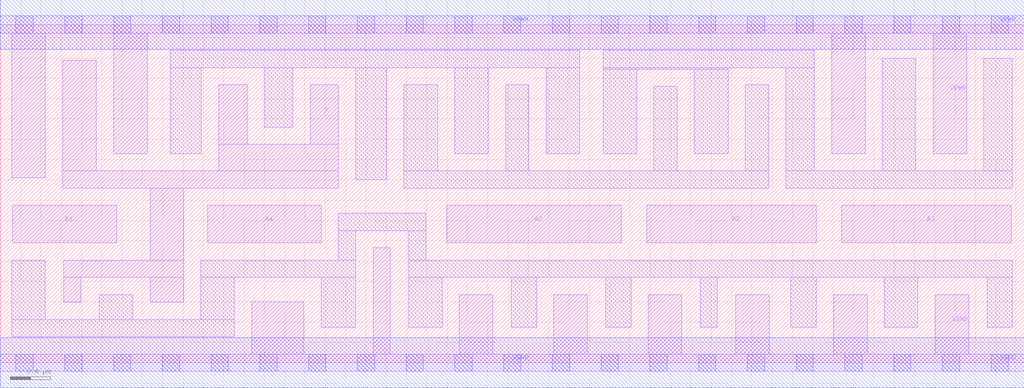
<source format=lef>
# Copyright 2020 The SkyWater PDK Authors
#
# Licensed under the Apache License, Version 2.0 (the "License");
# you may not use this file except in compliance with the License.
# You may obtain a copy of the License at
#
#     https://www.apache.org/licenses/LICENSE-2.0
#
# Unless required by applicable law or agreed to in writing, software
# distributed under the License is distributed on an "AS IS" BASIS,
# WITHOUT WARRANTIES OR CONDITIONS OF ANY KIND, either express or implied.
# See the License for the specific language governing permissions and
# limitations under the License.
#
# SPDX-License-Identifier: Apache-2.0

VERSION 5.7 ;
  NAMESCASESENSITIVE ON ;
  NOWIREEXTENSIONATPIN ON ;
  DIVIDERCHAR "/" ;
  BUSBITCHARS "[]" ;
UNITS
  DATABASE MICRONS 200 ;
END UNITS
MACRO sky130_fd_sc_ls__o41ai_4
  CLASS CORE ;
  SOURCE USER ;
  FOREIGN sky130_fd_sc_ls__o41ai_4 ;
  ORIGIN  0.000000  0.000000 ;
  SIZE  10.08000 BY  3.330000 ;
  SYMMETRY X Y ;
  SITE unit ;
  PIN A1
    ANTENNAGATEAREA  1.116000 ;
    DIRECTION INPUT ;
    USE SIGNAL ;
    PORT
      LAYER li1 ;
        RECT 8.285000 1.180000 9.955000 1.550000 ;
    END
  END A1
  PIN A2
    ANTENNAGATEAREA  1.116000 ;
    DIRECTION INPUT ;
    USE SIGNAL ;
    PORT
      LAYER li1 ;
        RECT 6.365000 1.180000 8.035000 1.550000 ;
    END
  END A2
  PIN A3
    ANTENNAGATEAREA  1.116000 ;
    DIRECTION INPUT ;
    USE SIGNAL ;
    PORT
      LAYER li1 ;
        RECT 4.395000 1.180000 6.115000 1.550000 ;
    END
  END A3
  PIN A4
    ANTENNAGATEAREA  1.116000 ;
    DIRECTION INPUT ;
    USE SIGNAL ;
    PORT
      LAYER li1 ;
        RECT 2.045000 1.180000 3.160000 1.550000 ;
    END
  END A4
  PIN B1
    ANTENNAGATEAREA  0.780000 ;
    DIRECTION INPUT ;
    USE SIGNAL ;
    PORT
      LAYER li1 ;
        RECT 0.125000 1.180000 1.145000 1.550000 ;
    END
  END B1
  PIN Y
    ANTENNADIFFAREA  1.586200 ;
    DIRECTION OUTPUT ;
    USE SIGNAL ;
    PORT
      LAYER li1 ;
        RECT 0.615000 1.720000 3.330000 1.890000 ;
        RECT 0.615000 1.890000 0.945000 2.980000 ;
        RECT 0.625000 0.595000 0.795000 0.840000 ;
        RECT 0.625000 0.840000 1.805000 1.010000 ;
        RECT 1.475000 0.595000 1.805000 0.840000 ;
        RECT 1.475000 1.010000 1.805000 1.720000 ;
        RECT 2.150000 1.890000 3.330000 2.150000 ;
        RECT 2.150000 2.150000 2.430000 2.735000 ;
        RECT 3.050000 2.150000 3.330000 2.735000 ;
    END
  END Y
  PIN VGND
    DIRECTION INOUT ;
    SHAPE ABUTMENT ;
    USE GROUND ;
    PORT
      LAYER li1 ;
        RECT 0.000000 -0.085000 10.080000 0.085000 ;
        RECT 2.475000  0.085000  2.990000 0.600000 ;
        RECT 3.670000  0.085000  3.840000 1.130000 ;
        RECT 4.520000  0.085000  4.850000 0.670000 ;
        RECT 5.450000  0.085000  5.780000 0.670000 ;
        RECT 6.380000  0.085000  6.710000 0.670000 ;
        RECT 7.240000  0.085000  7.570000 0.670000 ;
        RECT 8.205000  0.085000  8.535000 0.670000 ;
        RECT 9.205000  0.085000  9.535000 0.670000 ;
      LAYER mcon ;
        RECT 0.155000 -0.085000 0.325000 0.085000 ;
        RECT 0.635000 -0.085000 0.805000 0.085000 ;
        RECT 1.115000 -0.085000 1.285000 0.085000 ;
        RECT 1.595000 -0.085000 1.765000 0.085000 ;
        RECT 2.075000 -0.085000 2.245000 0.085000 ;
        RECT 2.555000 -0.085000 2.725000 0.085000 ;
        RECT 3.035000 -0.085000 3.205000 0.085000 ;
        RECT 3.515000 -0.085000 3.685000 0.085000 ;
        RECT 3.995000 -0.085000 4.165000 0.085000 ;
        RECT 4.475000 -0.085000 4.645000 0.085000 ;
        RECT 4.955000 -0.085000 5.125000 0.085000 ;
        RECT 5.435000 -0.085000 5.605000 0.085000 ;
        RECT 5.915000 -0.085000 6.085000 0.085000 ;
        RECT 6.395000 -0.085000 6.565000 0.085000 ;
        RECT 6.875000 -0.085000 7.045000 0.085000 ;
        RECT 7.355000 -0.085000 7.525000 0.085000 ;
        RECT 7.835000 -0.085000 8.005000 0.085000 ;
        RECT 8.315000 -0.085000 8.485000 0.085000 ;
        RECT 8.795000 -0.085000 8.965000 0.085000 ;
        RECT 9.275000 -0.085000 9.445000 0.085000 ;
        RECT 9.755000 -0.085000 9.925000 0.085000 ;
      LAYER met1 ;
        RECT 0.000000 -0.245000 10.080000 0.245000 ;
    END
  END VGND
  PIN VPWR
    DIRECTION INOUT ;
    SHAPE ABUTMENT ;
    USE POWER ;
    PORT
      LAYER li1 ;
        RECT 0.000000 3.245000 10.080000 3.415000 ;
        RECT 0.115000 1.820000  0.445000 3.245000 ;
        RECT 1.115000 2.060000  1.445000 3.245000 ;
        RECT 8.185000 2.060000  8.515000 3.245000 ;
        RECT 9.185000 2.060000  9.515000 3.245000 ;
      LAYER mcon ;
        RECT 0.155000 3.245000 0.325000 3.415000 ;
        RECT 0.635000 3.245000 0.805000 3.415000 ;
        RECT 1.115000 3.245000 1.285000 3.415000 ;
        RECT 1.595000 3.245000 1.765000 3.415000 ;
        RECT 2.075000 3.245000 2.245000 3.415000 ;
        RECT 2.555000 3.245000 2.725000 3.415000 ;
        RECT 3.035000 3.245000 3.205000 3.415000 ;
        RECT 3.515000 3.245000 3.685000 3.415000 ;
        RECT 3.995000 3.245000 4.165000 3.415000 ;
        RECT 4.475000 3.245000 4.645000 3.415000 ;
        RECT 4.955000 3.245000 5.125000 3.415000 ;
        RECT 5.435000 3.245000 5.605000 3.415000 ;
        RECT 5.915000 3.245000 6.085000 3.415000 ;
        RECT 6.395000 3.245000 6.565000 3.415000 ;
        RECT 6.875000 3.245000 7.045000 3.415000 ;
        RECT 7.355000 3.245000 7.525000 3.415000 ;
        RECT 7.835000 3.245000 8.005000 3.415000 ;
        RECT 8.315000 3.245000 8.485000 3.415000 ;
        RECT 8.795000 3.245000 8.965000 3.415000 ;
        RECT 9.275000 3.245000 9.445000 3.415000 ;
        RECT 9.755000 3.245000 9.925000 3.415000 ;
      LAYER met1 ;
        RECT 0.000000 3.085000 10.080000 3.575000 ;
    END
  END VPWR
  OBS
    LAYER li1 ;
      RECT 0.115000 0.255000 2.305000 0.425000 ;
      RECT 0.115000 0.425000 0.445000 1.010000 ;
      RECT 0.975000 0.425000 1.305000 0.670000 ;
      RECT 1.675000 2.060000 1.980000 2.905000 ;
      RECT 1.675000 2.905000 5.705000 3.075000 ;
      RECT 1.975000 0.425000 2.305000 0.840000 ;
      RECT 1.975000 0.840000 3.500000 1.010000 ;
      RECT 2.600000 2.320000 2.880000 2.905000 ;
      RECT 3.160000 0.350000 3.500000 0.840000 ;
      RECT 3.330000 1.010000 3.500000 1.300000 ;
      RECT 3.330000 1.300000 4.190000 1.470000 ;
      RECT 3.500000 1.800000 3.805000 2.905000 ;
      RECT 3.975000 1.720000 7.565000 1.890000 ;
      RECT 3.975000 1.890000 4.305000 2.735000 ;
      RECT 4.020000 0.350000 4.350000 0.840000 ;
      RECT 4.020000 0.840000 9.965000 1.010000 ;
      RECT 4.020000 1.010000 4.190000 1.300000 ;
      RECT 4.475000 2.060000 4.805000 2.905000 ;
      RECT 4.975000 1.890000 5.205000 2.735000 ;
      RECT 5.030000 0.350000 5.280000 0.840000 ;
      RECT 5.375000 2.060000 5.705000 2.905000 ;
      RECT 5.935000 2.060000 6.265000 2.890000 ;
      RECT 5.935000 2.890000 7.165000 2.905000 ;
      RECT 5.935000 2.905000 8.015000 3.075000 ;
      RECT 5.960000 0.350000 6.210000 0.840000 ;
      RECT 6.435000 1.890000 6.665000 2.720000 ;
      RECT 6.835000 2.060000 7.165000 2.890000 ;
      RECT 6.890000 0.350000 7.060000 0.840000 ;
      RECT 7.335000 1.890000 7.565000 2.735000 ;
      RECT 7.735000 1.720000 9.965000 1.890000 ;
      RECT 7.735000 1.890000 8.015000 2.905000 ;
      RECT 7.785000 0.350000 8.035000 0.840000 ;
      RECT 8.685000 1.890000 9.015000 3.000000 ;
      RECT 8.705000 0.350000 9.035000 0.840000 ;
      RECT 9.685000 1.890000 9.965000 3.000000 ;
      RECT 9.715000 0.350000 9.965000 0.840000 ;
  END
END sky130_fd_sc_ls__o41ai_4

</source>
